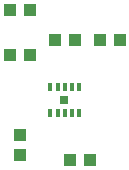
<source format=gtp>
G75*
%MOIN*%
%OFA0B0*%
%FSLAX25Y25*%
%IPPOS*%
%LPD*%
%AMOC8*
5,1,8,0,0,1.08239X$1,22.5*
%
%ADD10R,0.04331X0.03937*%
%ADD11R,0.03937X0.04331*%
%ADD12R,0.02756X0.02826*%
%ADD13R,0.01575X0.02756*%
D10*
X0194987Y0125000D03*
X0201680Y0125000D03*
X0181680Y0160000D03*
X0174987Y0160000D03*
X0189987Y0165000D03*
X0196680Y0165000D03*
X0204987Y0165000D03*
X0211680Y0165000D03*
X0181680Y0175000D03*
X0174987Y0175000D03*
D11*
X0178333Y0126654D03*
X0178333Y0133346D03*
D12*
X0193136Y0145000D03*
D13*
X0193333Y0140669D03*
X0190971Y0140669D03*
X0188609Y0140669D03*
X0195696Y0140669D03*
X0198058Y0140669D03*
X0198058Y0149331D03*
X0195696Y0149331D03*
X0193333Y0149331D03*
X0190971Y0149331D03*
X0188609Y0149331D03*
M02*

</source>
